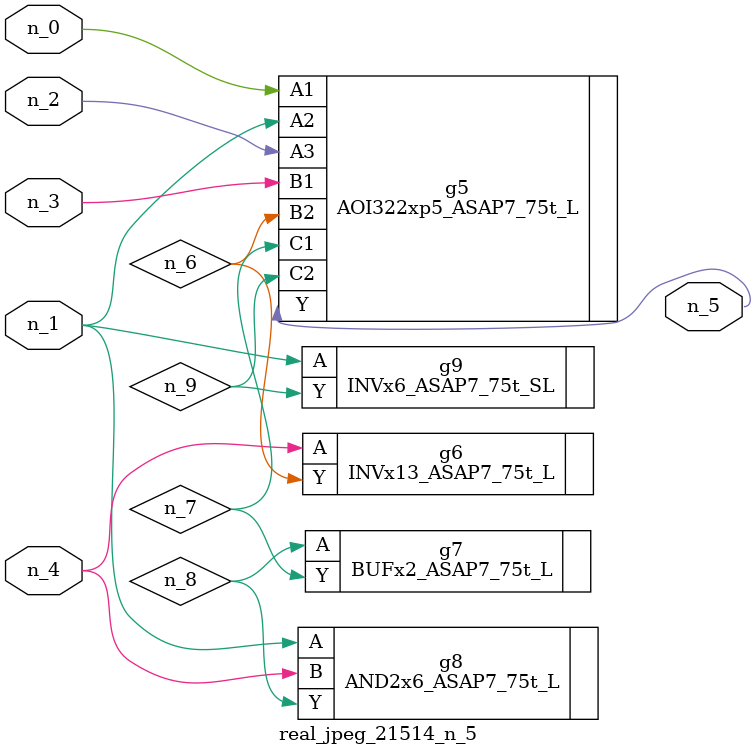
<source format=v>
module real_jpeg_21514_n_5 (n_4, n_0, n_1, n_2, n_3, n_5);

input n_4;
input n_0;
input n_1;
input n_2;
input n_3;

output n_5;

wire n_8;
wire n_6;
wire n_7;
wire n_9;

AOI322xp5_ASAP7_75t_L g5 ( 
.A1(n_0),
.A2(n_1),
.A3(n_2),
.B1(n_3),
.B2(n_6),
.C1(n_7),
.C2(n_9),
.Y(n_5)
);

AND2x6_ASAP7_75t_L g8 ( 
.A(n_1),
.B(n_4),
.Y(n_8)
);

INVx6_ASAP7_75t_SL g9 ( 
.A(n_1),
.Y(n_9)
);

INVx13_ASAP7_75t_L g6 ( 
.A(n_4),
.Y(n_6)
);

BUFx2_ASAP7_75t_L g7 ( 
.A(n_8),
.Y(n_7)
);


endmodule
</source>
